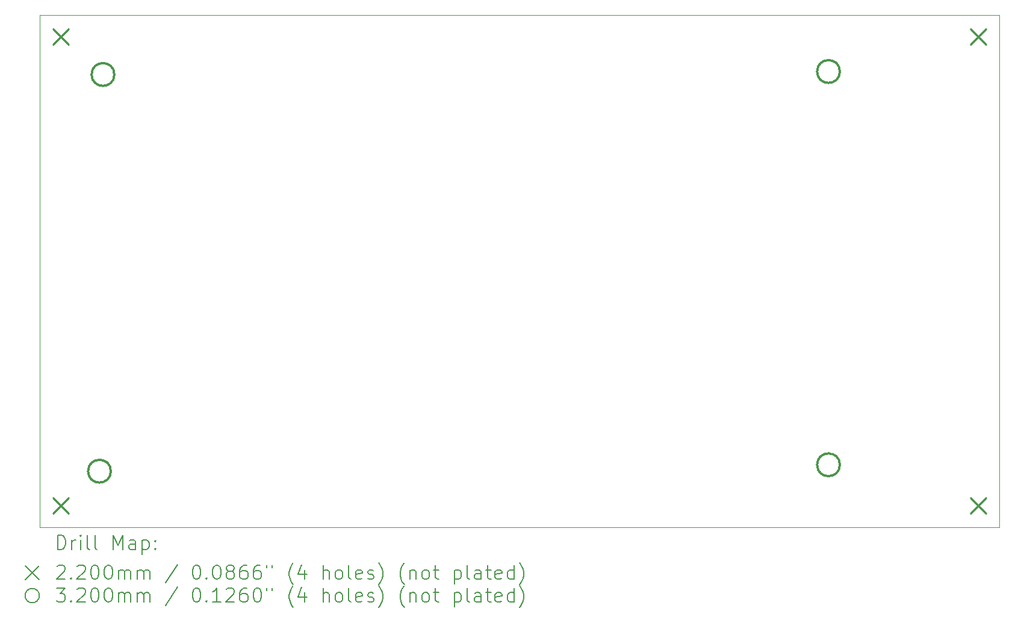
<source format=gbr>
%FSLAX45Y45*%
G04 Gerber Fmt 4.5, Leading zero omitted, Abs format (unit mm)*
G04 Created by KiCad (PCBNEW (6.0.0)) date 2022-06-02 21:19:18*
%MOMM*%
%LPD*%
G01*
G04 APERTURE LIST*
%TA.AperFunction,Profile*%
%ADD10C,0.100000*%
%TD*%
%ADD11C,0.200000*%
%ADD12C,0.220000*%
%ADD13C,0.320000*%
G04 APERTURE END LIST*
D10*
X6600000Y-6400000D02*
X20100000Y-6400000D01*
X20100000Y-6400000D02*
X20100000Y-13600000D01*
X20100000Y-13600000D02*
X6600000Y-13600000D01*
X6600000Y-13600000D02*
X6600000Y-6400000D01*
D11*
D12*
X6790000Y-6590000D02*
X7010000Y-6810000D01*
X7010000Y-6590000D02*
X6790000Y-6810000D01*
X6790000Y-13190000D02*
X7010000Y-13410000D01*
X7010000Y-13190000D02*
X6790000Y-13410000D01*
X19690000Y-6590000D02*
X19910000Y-6810000D01*
X19910000Y-6590000D02*
X19690000Y-6810000D01*
X19690000Y-13190000D02*
X19910000Y-13410000D01*
X19910000Y-13190000D02*
X19690000Y-13410000D01*
D13*
X7601000Y-12815000D02*
G75*
G03*
X7601000Y-12815000I-160000J0D01*
G01*
X7650000Y-7235000D02*
G75*
G03*
X7650000Y-7235000I-160000J0D01*
G01*
X17854000Y-7193000D02*
G75*
G03*
X17854000Y-7193000I-160000J0D01*
G01*
X17854000Y-12725000D02*
G75*
G03*
X17854000Y-12725000I-160000J0D01*
G01*
D11*
X6852619Y-13915476D02*
X6852619Y-13715476D01*
X6900238Y-13715476D01*
X6928809Y-13725000D01*
X6947857Y-13744048D01*
X6957381Y-13763095D01*
X6966905Y-13801190D01*
X6966905Y-13829762D01*
X6957381Y-13867857D01*
X6947857Y-13886905D01*
X6928809Y-13905952D01*
X6900238Y-13915476D01*
X6852619Y-13915476D01*
X7052619Y-13915476D02*
X7052619Y-13782143D01*
X7052619Y-13820238D02*
X7062143Y-13801190D01*
X7071667Y-13791667D01*
X7090714Y-13782143D01*
X7109762Y-13782143D01*
X7176428Y-13915476D02*
X7176428Y-13782143D01*
X7176428Y-13715476D02*
X7166905Y-13725000D01*
X7176428Y-13734524D01*
X7185952Y-13725000D01*
X7176428Y-13715476D01*
X7176428Y-13734524D01*
X7300238Y-13915476D02*
X7281190Y-13905952D01*
X7271667Y-13886905D01*
X7271667Y-13715476D01*
X7405000Y-13915476D02*
X7385952Y-13905952D01*
X7376428Y-13886905D01*
X7376428Y-13715476D01*
X7633571Y-13915476D02*
X7633571Y-13715476D01*
X7700238Y-13858333D01*
X7766905Y-13715476D01*
X7766905Y-13915476D01*
X7947857Y-13915476D02*
X7947857Y-13810714D01*
X7938333Y-13791667D01*
X7919286Y-13782143D01*
X7881190Y-13782143D01*
X7862143Y-13791667D01*
X7947857Y-13905952D02*
X7928809Y-13915476D01*
X7881190Y-13915476D01*
X7862143Y-13905952D01*
X7852619Y-13886905D01*
X7852619Y-13867857D01*
X7862143Y-13848809D01*
X7881190Y-13839286D01*
X7928809Y-13839286D01*
X7947857Y-13829762D01*
X8043095Y-13782143D02*
X8043095Y-13982143D01*
X8043095Y-13791667D02*
X8062143Y-13782143D01*
X8100238Y-13782143D01*
X8119286Y-13791667D01*
X8128809Y-13801190D01*
X8138333Y-13820238D01*
X8138333Y-13877381D01*
X8128809Y-13896428D01*
X8119286Y-13905952D01*
X8100238Y-13915476D01*
X8062143Y-13915476D01*
X8043095Y-13905952D01*
X8224048Y-13896428D02*
X8233571Y-13905952D01*
X8224048Y-13915476D01*
X8214524Y-13905952D01*
X8224048Y-13896428D01*
X8224048Y-13915476D01*
X8224048Y-13791667D02*
X8233571Y-13801190D01*
X8224048Y-13810714D01*
X8214524Y-13801190D01*
X8224048Y-13791667D01*
X8224048Y-13810714D01*
X6395000Y-14145000D02*
X6595000Y-14345000D01*
X6595000Y-14145000D02*
X6395000Y-14345000D01*
X6843095Y-14154524D02*
X6852619Y-14145000D01*
X6871667Y-14135476D01*
X6919286Y-14135476D01*
X6938333Y-14145000D01*
X6947857Y-14154524D01*
X6957381Y-14173571D01*
X6957381Y-14192619D01*
X6947857Y-14221190D01*
X6833571Y-14335476D01*
X6957381Y-14335476D01*
X7043095Y-14316428D02*
X7052619Y-14325952D01*
X7043095Y-14335476D01*
X7033571Y-14325952D01*
X7043095Y-14316428D01*
X7043095Y-14335476D01*
X7128809Y-14154524D02*
X7138333Y-14145000D01*
X7157381Y-14135476D01*
X7205000Y-14135476D01*
X7224048Y-14145000D01*
X7233571Y-14154524D01*
X7243095Y-14173571D01*
X7243095Y-14192619D01*
X7233571Y-14221190D01*
X7119286Y-14335476D01*
X7243095Y-14335476D01*
X7366905Y-14135476D02*
X7385952Y-14135476D01*
X7405000Y-14145000D01*
X7414524Y-14154524D01*
X7424048Y-14173571D01*
X7433571Y-14211667D01*
X7433571Y-14259286D01*
X7424048Y-14297381D01*
X7414524Y-14316428D01*
X7405000Y-14325952D01*
X7385952Y-14335476D01*
X7366905Y-14335476D01*
X7347857Y-14325952D01*
X7338333Y-14316428D01*
X7328809Y-14297381D01*
X7319286Y-14259286D01*
X7319286Y-14211667D01*
X7328809Y-14173571D01*
X7338333Y-14154524D01*
X7347857Y-14145000D01*
X7366905Y-14135476D01*
X7557381Y-14135476D02*
X7576428Y-14135476D01*
X7595476Y-14145000D01*
X7605000Y-14154524D01*
X7614524Y-14173571D01*
X7624048Y-14211667D01*
X7624048Y-14259286D01*
X7614524Y-14297381D01*
X7605000Y-14316428D01*
X7595476Y-14325952D01*
X7576428Y-14335476D01*
X7557381Y-14335476D01*
X7538333Y-14325952D01*
X7528809Y-14316428D01*
X7519286Y-14297381D01*
X7509762Y-14259286D01*
X7509762Y-14211667D01*
X7519286Y-14173571D01*
X7528809Y-14154524D01*
X7538333Y-14145000D01*
X7557381Y-14135476D01*
X7709762Y-14335476D02*
X7709762Y-14202143D01*
X7709762Y-14221190D02*
X7719286Y-14211667D01*
X7738333Y-14202143D01*
X7766905Y-14202143D01*
X7785952Y-14211667D01*
X7795476Y-14230714D01*
X7795476Y-14335476D01*
X7795476Y-14230714D02*
X7805000Y-14211667D01*
X7824048Y-14202143D01*
X7852619Y-14202143D01*
X7871667Y-14211667D01*
X7881190Y-14230714D01*
X7881190Y-14335476D01*
X7976428Y-14335476D02*
X7976428Y-14202143D01*
X7976428Y-14221190D02*
X7985952Y-14211667D01*
X8005000Y-14202143D01*
X8033571Y-14202143D01*
X8052619Y-14211667D01*
X8062143Y-14230714D01*
X8062143Y-14335476D01*
X8062143Y-14230714D02*
X8071667Y-14211667D01*
X8090714Y-14202143D01*
X8119286Y-14202143D01*
X8138333Y-14211667D01*
X8147857Y-14230714D01*
X8147857Y-14335476D01*
X8538333Y-14125952D02*
X8366905Y-14383095D01*
X8795476Y-14135476D02*
X8814524Y-14135476D01*
X8833571Y-14145000D01*
X8843095Y-14154524D01*
X8852619Y-14173571D01*
X8862143Y-14211667D01*
X8862143Y-14259286D01*
X8852619Y-14297381D01*
X8843095Y-14316428D01*
X8833571Y-14325952D01*
X8814524Y-14335476D01*
X8795476Y-14335476D01*
X8776429Y-14325952D01*
X8766905Y-14316428D01*
X8757381Y-14297381D01*
X8747857Y-14259286D01*
X8747857Y-14211667D01*
X8757381Y-14173571D01*
X8766905Y-14154524D01*
X8776429Y-14145000D01*
X8795476Y-14135476D01*
X8947857Y-14316428D02*
X8957381Y-14325952D01*
X8947857Y-14335476D01*
X8938333Y-14325952D01*
X8947857Y-14316428D01*
X8947857Y-14335476D01*
X9081190Y-14135476D02*
X9100238Y-14135476D01*
X9119286Y-14145000D01*
X9128810Y-14154524D01*
X9138333Y-14173571D01*
X9147857Y-14211667D01*
X9147857Y-14259286D01*
X9138333Y-14297381D01*
X9128810Y-14316428D01*
X9119286Y-14325952D01*
X9100238Y-14335476D01*
X9081190Y-14335476D01*
X9062143Y-14325952D01*
X9052619Y-14316428D01*
X9043095Y-14297381D01*
X9033571Y-14259286D01*
X9033571Y-14211667D01*
X9043095Y-14173571D01*
X9052619Y-14154524D01*
X9062143Y-14145000D01*
X9081190Y-14135476D01*
X9262143Y-14221190D02*
X9243095Y-14211667D01*
X9233571Y-14202143D01*
X9224048Y-14183095D01*
X9224048Y-14173571D01*
X9233571Y-14154524D01*
X9243095Y-14145000D01*
X9262143Y-14135476D01*
X9300238Y-14135476D01*
X9319286Y-14145000D01*
X9328810Y-14154524D01*
X9338333Y-14173571D01*
X9338333Y-14183095D01*
X9328810Y-14202143D01*
X9319286Y-14211667D01*
X9300238Y-14221190D01*
X9262143Y-14221190D01*
X9243095Y-14230714D01*
X9233571Y-14240238D01*
X9224048Y-14259286D01*
X9224048Y-14297381D01*
X9233571Y-14316428D01*
X9243095Y-14325952D01*
X9262143Y-14335476D01*
X9300238Y-14335476D01*
X9319286Y-14325952D01*
X9328810Y-14316428D01*
X9338333Y-14297381D01*
X9338333Y-14259286D01*
X9328810Y-14240238D01*
X9319286Y-14230714D01*
X9300238Y-14221190D01*
X9509762Y-14135476D02*
X9471667Y-14135476D01*
X9452619Y-14145000D01*
X9443095Y-14154524D01*
X9424048Y-14183095D01*
X9414524Y-14221190D01*
X9414524Y-14297381D01*
X9424048Y-14316428D01*
X9433571Y-14325952D01*
X9452619Y-14335476D01*
X9490714Y-14335476D01*
X9509762Y-14325952D01*
X9519286Y-14316428D01*
X9528810Y-14297381D01*
X9528810Y-14249762D01*
X9519286Y-14230714D01*
X9509762Y-14221190D01*
X9490714Y-14211667D01*
X9452619Y-14211667D01*
X9433571Y-14221190D01*
X9424048Y-14230714D01*
X9414524Y-14249762D01*
X9700238Y-14135476D02*
X9662143Y-14135476D01*
X9643095Y-14145000D01*
X9633571Y-14154524D01*
X9614524Y-14183095D01*
X9605000Y-14221190D01*
X9605000Y-14297381D01*
X9614524Y-14316428D01*
X9624048Y-14325952D01*
X9643095Y-14335476D01*
X9681190Y-14335476D01*
X9700238Y-14325952D01*
X9709762Y-14316428D01*
X9719286Y-14297381D01*
X9719286Y-14249762D01*
X9709762Y-14230714D01*
X9700238Y-14221190D01*
X9681190Y-14211667D01*
X9643095Y-14211667D01*
X9624048Y-14221190D01*
X9614524Y-14230714D01*
X9605000Y-14249762D01*
X9795476Y-14135476D02*
X9795476Y-14173571D01*
X9871667Y-14135476D02*
X9871667Y-14173571D01*
X10166905Y-14411667D02*
X10157381Y-14402143D01*
X10138333Y-14373571D01*
X10128810Y-14354524D01*
X10119286Y-14325952D01*
X10109762Y-14278333D01*
X10109762Y-14240238D01*
X10119286Y-14192619D01*
X10128810Y-14164048D01*
X10138333Y-14145000D01*
X10157381Y-14116428D01*
X10166905Y-14106905D01*
X10328810Y-14202143D02*
X10328810Y-14335476D01*
X10281190Y-14125952D02*
X10233571Y-14268809D01*
X10357381Y-14268809D01*
X10585952Y-14335476D02*
X10585952Y-14135476D01*
X10671667Y-14335476D02*
X10671667Y-14230714D01*
X10662143Y-14211667D01*
X10643095Y-14202143D01*
X10614524Y-14202143D01*
X10595476Y-14211667D01*
X10585952Y-14221190D01*
X10795476Y-14335476D02*
X10776429Y-14325952D01*
X10766905Y-14316428D01*
X10757381Y-14297381D01*
X10757381Y-14240238D01*
X10766905Y-14221190D01*
X10776429Y-14211667D01*
X10795476Y-14202143D01*
X10824048Y-14202143D01*
X10843095Y-14211667D01*
X10852619Y-14221190D01*
X10862143Y-14240238D01*
X10862143Y-14297381D01*
X10852619Y-14316428D01*
X10843095Y-14325952D01*
X10824048Y-14335476D01*
X10795476Y-14335476D01*
X10976429Y-14335476D02*
X10957381Y-14325952D01*
X10947857Y-14306905D01*
X10947857Y-14135476D01*
X11128810Y-14325952D02*
X11109762Y-14335476D01*
X11071667Y-14335476D01*
X11052619Y-14325952D01*
X11043095Y-14306905D01*
X11043095Y-14230714D01*
X11052619Y-14211667D01*
X11071667Y-14202143D01*
X11109762Y-14202143D01*
X11128810Y-14211667D01*
X11138333Y-14230714D01*
X11138333Y-14249762D01*
X11043095Y-14268809D01*
X11214524Y-14325952D02*
X11233571Y-14335476D01*
X11271667Y-14335476D01*
X11290714Y-14325952D01*
X11300238Y-14306905D01*
X11300238Y-14297381D01*
X11290714Y-14278333D01*
X11271667Y-14268809D01*
X11243095Y-14268809D01*
X11224048Y-14259286D01*
X11214524Y-14240238D01*
X11214524Y-14230714D01*
X11224048Y-14211667D01*
X11243095Y-14202143D01*
X11271667Y-14202143D01*
X11290714Y-14211667D01*
X11366905Y-14411667D02*
X11376428Y-14402143D01*
X11395476Y-14373571D01*
X11405000Y-14354524D01*
X11414524Y-14325952D01*
X11424048Y-14278333D01*
X11424048Y-14240238D01*
X11414524Y-14192619D01*
X11405000Y-14164048D01*
X11395476Y-14145000D01*
X11376428Y-14116428D01*
X11366905Y-14106905D01*
X11728809Y-14411667D02*
X11719286Y-14402143D01*
X11700238Y-14373571D01*
X11690714Y-14354524D01*
X11681190Y-14325952D01*
X11671667Y-14278333D01*
X11671667Y-14240238D01*
X11681190Y-14192619D01*
X11690714Y-14164048D01*
X11700238Y-14145000D01*
X11719286Y-14116428D01*
X11728809Y-14106905D01*
X11805000Y-14202143D02*
X11805000Y-14335476D01*
X11805000Y-14221190D02*
X11814524Y-14211667D01*
X11833571Y-14202143D01*
X11862143Y-14202143D01*
X11881190Y-14211667D01*
X11890714Y-14230714D01*
X11890714Y-14335476D01*
X12014524Y-14335476D02*
X11995476Y-14325952D01*
X11985952Y-14316428D01*
X11976428Y-14297381D01*
X11976428Y-14240238D01*
X11985952Y-14221190D01*
X11995476Y-14211667D01*
X12014524Y-14202143D01*
X12043095Y-14202143D01*
X12062143Y-14211667D01*
X12071667Y-14221190D01*
X12081190Y-14240238D01*
X12081190Y-14297381D01*
X12071667Y-14316428D01*
X12062143Y-14325952D01*
X12043095Y-14335476D01*
X12014524Y-14335476D01*
X12138333Y-14202143D02*
X12214524Y-14202143D01*
X12166905Y-14135476D02*
X12166905Y-14306905D01*
X12176428Y-14325952D01*
X12195476Y-14335476D01*
X12214524Y-14335476D01*
X12433571Y-14202143D02*
X12433571Y-14402143D01*
X12433571Y-14211667D02*
X12452619Y-14202143D01*
X12490714Y-14202143D01*
X12509762Y-14211667D01*
X12519286Y-14221190D01*
X12528809Y-14240238D01*
X12528809Y-14297381D01*
X12519286Y-14316428D01*
X12509762Y-14325952D01*
X12490714Y-14335476D01*
X12452619Y-14335476D01*
X12433571Y-14325952D01*
X12643095Y-14335476D02*
X12624048Y-14325952D01*
X12614524Y-14306905D01*
X12614524Y-14135476D01*
X12805000Y-14335476D02*
X12805000Y-14230714D01*
X12795476Y-14211667D01*
X12776428Y-14202143D01*
X12738333Y-14202143D01*
X12719286Y-14211667D01*
X12805000Y-14325952D02*
X12785952Y-14335476D01*
X12738333Y-14335476D01*
X12719286Y-14325952D01*
X12709762Y-14306905D01*
X12709762Y-14287857D01*
X12719286Y-14268809D01*
X12738333Y-14259286D01*
X12785952Y-14259286D01*
X12805000Y-14249762D01*
X12871667Y-14202143D02*
X12947857Y-14202143D01*
X12900238Y-14135476D02*
X12900238Y-14306905D01*
X12909762Y-14325952D01*
X12928809Y-14335476D01*
X12947857Y-14335476D01*
X13090714Y-14325952D02*
X13071667Y-14335476D01*
X13033571Y-14335476D01*
X13014524Y-14325952D01*
X13005000Y-14306905D01*
X13005000Y-14230714D01*
X13014524Y-14211667D01*
X13033571Y-14202143D01*
X13071667Y-14202143D01*
X13090714Y-14211667D01*
X13100238Y-14230714D01*
X13100238Y-14249762D01*
X13005000Y-14268809D01*
X13271667Y-14335476D02*
X13271667Y-14135476D01*
X13271667Y-14325952D02*
X13252619Y-14335476D01*
X13214524Y-14335476D01*
X13195476Y-14325952D01*
X13185952Y-14316428D01*
X13176428Y-14297381D01*
X13176428Y-14240238D01*
X13185952Y-14221190D01*
X13195476Y-14211667D01*
X13214524Y-14202143D01*
X13252619Y-14202143D01*
X13271667Y-14211667D01*
X13347857Y-14411667D02*
X13357381Y-14402143D01*
X13376428Y-14373571D01*
X13385952Y-14354524D01*
X13395476Y-14325952D01*
X13405000Y-14278333D01*
X13405000Y-14240238D01*
X13395476Y-14192619D01*
X13385952Y-14164048D01*
X13376428Y-14145000D01*
X13357381Y-14116428D01*
X13347857Y-14106905D01*
X6595000Y-14565000D02*
G75*
G03*
X6595000Y-14565000I-100000J0D01*
G01*
X6833571Y-14455476D02*
X6957381Y-14455476D01*
X6890714Y-14531667D01*
X6919286Y-14531667D01*
X6938333Y-14541190D01*
X6947857Y-14550714D01*
X6957381Y-14569762D01*
X6957381Y-14617381D01*
X6947857Y-14636428D01*
X6938333Y-14645952D01*
X6919286Y-14655476D01*
X6862143Y-14655476D01*
X6843095Y-14645952D01*
X6833571Y-14636428D01*
X7043095Y-14636428D02*
X7052619Y-14645952D01*
X7043095Y-14655476D01*
X7033571Y-14645952D01*
X7043095Y-14636428D01*
X7043095Y-14655476D01*
X7128809Y-14474524D02*
X7138333Y-14465000D01*
X7157381Y-14455476D01*
X7205000Y-14455476D01*
X7224048Y-14465000D01*
X7233571Y-14474524D01*
X7243095Y-14493571D01*
X7243095Y-14512619D01*
X7233571Y-14541190D01*
X7119286Y-14655476D01*
X7243095Y-14655476D01*
X7366905Y-14455476D02*
X7385952Y-14455476D01*
X7405000Y-14465000D01*
X7414524Y-14474524D01*
X7424048Y-14493571D01*
X7433571Y-14531667D01*
X7433571Y-14579286D01*
X7424048Y-14617381D01*
X7414524Y-14636428D01*
X7405000Y-14645952D01*
X7385952Y-14655476D01*
X7366905Y-14655476D01*
X7347857Y-14645952D01*
X7338333Y-14636428D01*
X7328809Y-14617381D01*
X7319286Y-14579286D01*
X7319286Y-14531667D01*
X7328809Y-14493571D01*
X7338333Y-14474524D01*
X7347857Y-14465000D01*
X7366905Y-14455476D01*
X7557381Y-14455476D02*
X7576428Y-14455476D01*
X7595476Y-14465000D01*
X7605000Y-14474524D01*
X7614524Y-14493571D01*
X7624048Y-14531667D01*
X7624048Y-14579286D01*
X7614524Y-14617381D01*
X7605000Y-14636428D01*
X7595476Y-14645952D01*
X7576428Y-14655476D01*
X7557381Y-14655476D01*
X7538333Y-14645952D01*
X7528809Y-14636428D01*
X7519286Y-14617381D01*
X7509762Y-14579286D01*
X7509762Y-14531667D01*
X7519286Y-14493571D01*
X7528809Y-14474524D01*
X7538333Y-14465000D01*
X7557381Y-14455476D01*
X7709762Y-14655476D02*
X7709762Y-14522143D01*
X7709762Y-14541190D02*
X7719286Y-14531667D01*
X7738333Y-14522143D01*
X7766905Y-14522143D01*
X7785952Y-14531667D01*
X7795476Y-14550714D01*
X7795476Y-14655476D01*
X7795476Y-14550714D02*
X7805000Y-14531667D01*
X7824048Y-14522143D01*
X7852619Y-14522143D01*
X7871667Y-14531667D01*
X7881190Y-14550714D01*
X7881190Y-14655476D01*
X7976428Y-14655476D02*
X7976428Y-14522143D01*
X7976428Y-14541190D02*
X7985952Y-14531667D01*
X8005000Y-14522143D01*
X8033571Y-14522143D01*
X8052619Y-14531667D01*
X8062143Y-14550714D01*
X8062143Y-14655476D01*
X8062143Y-14550714D02*
X8071667Y-14531667D01*
X8090714Y-14522143D01*
X8119286Y-14522143D01*
X8138333Y-14531667D01*
X8147857Y-14550714D01*
X8147857Y-14655476D01*
X8538333Y-14445952D02*
X8366905Y-14703095D01*
X8795476Y-14455476D02*
X8814524Y-14455476D01*
X8833571Y-14465000D01*
X8843095Y-14474524D01*
X8852619Y-14493571D01*
X8862143Y-14531667D01*
X8862143Y-14579286D01*
X8852619Y-14617381D01*
X8843095Y-14636428D01*
X8833571Y-14645952D01*
X8814524Y-14655476D01*
X8795476Y-14655476D01*
X8776429Y-14645952D01*
X8766905Y-14636428D01*
X8757381Y-14617381D01*
X8747857Y-14579286D01*
X8747857Y-14531667D01*
X8757381Y-14493571D01*
X8766905Y-14474524D01*
X8776429Y-14465000D01*
X8795476Y-14455476D01*
X8947857Y-14636428D02*
X8957381Y-14645952D01*
X8947857Y-14655476D01*
X8938333Y-14645952D01*
X8947857Y-14636428D01*
X8947857Y-14655476D01*
X9147857Y-14655476D02*
X9033571Y-14655476D01*
X9090714Y-14655476D02*
X9090714Y-14455476D01*
X9071667Y-14484048D01*
X9052619Y-14503095D01*
X9033571Y-14512619D01*
X9224048Y-14474524D02*
X9233571Y-14465000D01*
X9252619Y-14455476D01*
X9300238Y-14455476D01*
X9319286Y-14465000D01*
X9328810Y-14474524D01*
X9338333Y-14493571D01*
X9338333Y-14512619D01*
X9328810Y-14541190D01*
X9214524Y-14655476D01*
X9338333Y-14655476D01*
X9509762Y-14455476D02*
X9471667Y-14455476D01*
X9452619Y-14465000D01*
X9443095Y-14474524D01*
X9424048Y-14503095D01*
X9414524Y-14541190D01*
X9414524Y-14617381D01*
X9424048Y-14636428D01*
X9433571Y-14645952D01*
X9452619Y-14655476D01*
X9490714Y-14655476D01*
X9509762Y-14645952D01*
X9519286Y-14636428D01*
X9528810Y-14617381D01*
X9528810Y-14569762D01*
X9519286Y-14550714D01*
X9509762Y-14541190D01*
X9490714Y-14531667D01*
X9452619Y-14531667D01*
X9433571Y-14541190D01*
X9424048Y-14550714D01*
X9414524Y-14569762D01*
X9652619Y-14455476D02*
X9671667Y-14455476D01*
X9690714Y-14465000D01*
X9700238Y-14474524D01*
X9709762Y-14493571D01*
X9719286Y-14531667D01*
X9719286Y-14579286D01*
X9709762Y-14617381D01*
X9700238Y-14636428D01*
X9690714Y-14645952D01*
X9671667Y-14655476D01*
X9652619Y-14655476D01*
X9633571Y-14645952D01*
X9624048Y-14636428D01*
X9614524Y-14617381D01*
X9605000Y-14579286D01*
X9605000Y-14531667D01*
X9614524Y-14493571D01*
X9624048Y-14474524D01*
X9633571Y-14465000D01*
X9652619Y-14455476D01*
X9795476Y-14455476D02*
X9795476Y-14493571D01*
X9871667Y-14455476D02*
X9871667Y-14493571D01*
X10166905Y-14731667D02*
X10157381Y-14722143D01*
X10138333Y-14693571D01*
X10128810Y-14674524D01*
X10119286Y-14645952D01*
X10109762Y-14598333D01*
X10109762Y-14560238D01*
X10119286Y-14512619D01*
X10128810Y-14484048D01*
X10138333Y-14465000D01*
X10157381Y-14436428D01*
X10166905Y-14426905D01*
X10328810Y-14522143D02*
X10328810Y-14655476D01*
X10281190Y-14445952D02*
X10233571Y-14588809D01*
X10357381Y-14588809D01*
X10585952Y-14655476D02*
X10585952Y-14455476D01*
X10671667Y-14655476D02*
X10671667Y-14550714D01*
X10662143Y-14531667D01*
X10643095Y-14522143D01*
X10614524Y-14522143D01*
X10595476Y-14531667D01*
X10585952Y-14541190D01*
X10795476Y-14655476D02*
X10776429Y-14645952D01*
X10766905Y-14636428D01*
X10757381Y-14617381D01*
X10757381Y-14560238D01*
X10766905Y-14541190D01*
X10776429Y-14531667D01*
X10795476Y-14522143D01*
X10824048Y-14522143D01*
X10843095Y-14531667D01*
X10852619Y-14541190D01*
X10862143Y-14560238D01*
X10862143Y-14617381D01*
X10852619Y-14636428D01*
X10843095Y-14645952D01*
X10824048Y-14655476D01*
X10795476Y-14655476D01*
X10976429Y-14655476D02*
X10957381Y-14645952D01*
X10947857Y-14626905D01*
X10947857Y-14455476D01*
X11128810Y-14645952D02*
X11109762Y-14655476D01*
X11071667Y-14655476D01*
X11052619Y-14645952D01*
X11043095Y-14626905D01*
X11043095Y-14550714D01*
X11052619Y-14531667D01*
X11071667Y-14522143D01*
X11109762Y-14522143D01*
X11128810Y-14531667D01*
X11138333Y-14550714D01*
X11138333Y-14569762D01*
X11043095Y-14588809D01*
X11214524Y-14645952D02*
X11233571Y-14655476D01*
X11271667Y-14655476D01*
X11290714Y-14645952D01*
X11300238Y-14626905D01*
X11300238Y-14617381D01*
X11290714Y-14598333D01*
X11271667Y-14588809D01*
X11243095Y-14588809D01*
X11224048Y-14579286D01*
X11214524Y-14560238D01*
X11214524Y-14550714D01*
X11224048Y-14531667D01*
X11243095Y-14522143D01*
X11271667Y-14522143D01*
X11290714Y-14531667D01*
X11366905Y-14731667D02*
X11376428Y-14722143D01*
X11395476Y-14693571D01*
X11405000Y-14674524D01*
X11414524Y-14645952D01*
X11424048Y-14598333D01*
X11424048Y-14560238D01*
X11414524Y-14512619D01*
X11405000Y-14484048D01*
X11395476Y-14465000D01*
X11376428Y-14436428D01*
X11366905Y-14426905D01*
X11728809Y-14731667D02*
X11719286Y-14722143D01*
X11700238Y-14693571D01*
X11690714Y-14674524D01*
X11681190Y-14645952D01*
X11671667Y-14598333D01*
X11671667Y-14560238D01*
X11681190Y-14512619D01*
X11690714Y-14484048D01*
X11700238Y-14465000D01*
X11719286Y-14436428D01*
X11728809Y-14426905D01*
X11805000Y-14522143D02*
X11805000Y-14655476D01*
X11805000Y-14541190D02*
X11814524Y-14531667D01*
X11833571Y-14522143D01*
X11862143Y-14522143D01*
X11881190Y-14531667D01*
X11890714Y-14550714D01*
X11890714Y-14655476D01*
X12014524Y-14655476D02*
X11995476Y-14645952D01*
X11985952Y-14636428D01*
X11976428Y-14617381D01*
X11976428Y-14560238D01*
X11985952Y-14541190D01*
X11995476Y-14531667D01*
X12014524Y-14522143D01*
X12043095Y-14522143D01*
X12062143Y-14531667D01*
X12071667Y-14541190D01*
X12081190Y-14560238D01*
X12081190Y-14617381D01*
X12071667Y-14636428D01*
X12062143Y-14645952D01*
X12043095Y-14655476D01*
X12014524Y-14655476D01*
X12138333Y-14522143D02*
X12214524Y-14522143D01*
X12166905Y-14455476D02*
X12166905Y-14626905D01*
X12176428Y-14645952D01*
X12195476Y-14655476D01*
X12214524Y-14655476D01*
X12433571Y-14522143D02*
X12433571Y-14722143D01*
X12433571Y-14531667D02*
X12452619Y-14522143D01*
X12490714Y-14522143D01*
X12509762Y-14531667D01*
X12519286Y-14541190D01*
X12528809Y-14560238D01*
X12528809Y-14617381D01*
X12519286Y-14636428D01*
X12509762Y-14645952D01*
X12490714Y-14655476D01*
X12452619Y-14655476D01*
X12433571Y-14645952D01*
X12643095Y-14655476D02*
X12624048Y-14645952D01*
X12614524Y-14626905D01*
X12614524Y-14455476D01*
X12805000Y-14655476D02*
X12805000Y-14550714D01*
X12795476Y-14531667D01*
X12776428Y-14522143D01*
X12738333Y-14522143D01*
X12719286Y-14531667D01*
X12805000Y-14645952D02*
X12785952Y-14655476D01*
X12738333Y-14655476D01*
X12719286Y-14645952D01*
X12709762Y-14626905D01*
X12709762Y-14607857D01*
X12719286Y-14588809D01*
X12738333Y-14579286D01*
X12785952Y-14579286D01*
X12805000Y-14569762D01*
X12871667Y-14522143D02*
X12947857Y-14522143D01*
X12900238Y-14455476D02*
X12900238Y-14626905D01*
X12909762Y-14645952D01*
X12928809Y-14655476D01*
X12947857Y-14655476D01*
X13090714Y-14645952D02*
X13071667Y-14655476D01*
X13033571Y-14655476D01*
X13014524Y-14645952D01*
X13005000Y-14626905D01*
X13005000Y-14550714D01*
X13014524Y-14531667D01*
X13033571Y-14522143D01*
X13071667Y-14522143D01*
X13090714Y-14531667D01*
X13100238Y-14550714D01*
X13100238Y-14569762D01*
X13005000Y-14588809D01*
X13271667Y-14655476D02*
X13271667Y-14455476D01*
X13271667Y-14645952D02*
X13252619Y-14655476D01*
X13214524Y-14655476D01*
X13195476Y-14645952D01*
X13185952Y-14636428D01*
X13176428Y-14617381D01*
X13176428Y-14560238D01*
X13185952Y-14541190D01*
X13195476Y-14531667D01*
X13214524Y-14522143D01*
X13252619Y-14522143D01*
X13271667Y-14531667D01*
X13347857Y-14731667D02*
X13357381Y-14722143D01*
X13376428Y-14693571D01*
X13385952Y-14674524D01*
X13395476Y-14645952D01*
X13405000Y-14598333D01*
X13405000Y-14560238D01*
X13395476Y-14512619D01*
X13385952Y-14484048D01*
X13376428Y-14465000D01*
X13357381Y-14436428D01*
X13347857Y-14426905D01*
M02*

</source>
